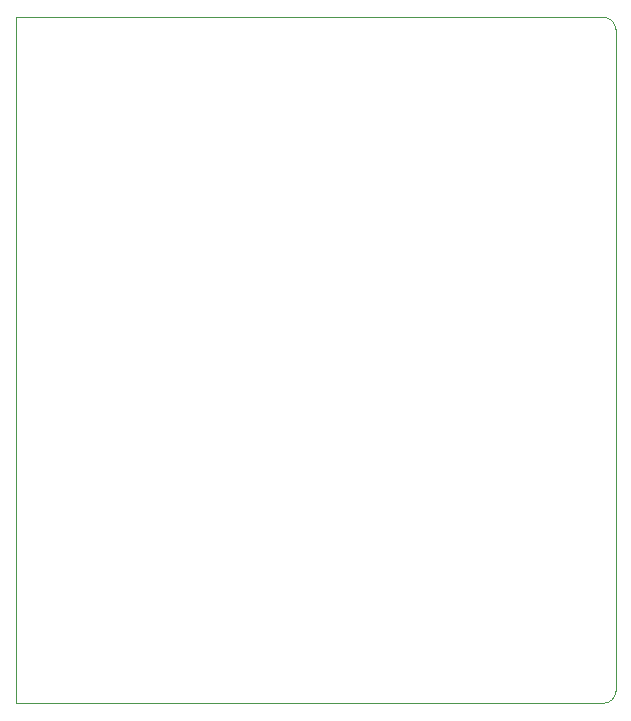
<source format=gm1>
G04 #@! TF.GenerationSoftware,KiCad,Pcbnew,7.0.8*
G04 #@! TF.CreationDate,2023-11-29T17:41:25-08:00*
G04 #@! TF.ProjectId,COMiX-FTDI-Adapter,434f4d69-582d-4465-9444-492d41646170,rev?*
G04 #@! TF.SameCoordinates,Original*
G04 #@! TF.FileFunction,Profile,NP*
%FSLAX46Y46*%
G04 Gerber Fmt 4.6, Leading zero omitted, Abs format (unit mm)*
G04 Created by KiCad (PCBNEW 7.0.8) date 2023-11-29 17:41:25*
%MOMM*%
%LPD*%
G01*
G04 APERTURE LIST*
G04 #@! TA.AperFunction,Profile*
%ADD10C,0.100000*%
G04 #@! TD*
G04 APERTURE END LIST*
D10*
X253162893Y-145862800D02*
X253160000Y-89800000D01*
X252162893Y-146862800D02*
G75*
G03*
X253162893Y-145862800I1J999999D01*
G01*
X253160000Y-89800000D02*
G75*
G03*
X252160000Y-88800000I-1000000J0D01*
G01*
X202361800Y-146862800D02*
X252162893Y-146862800D01*
X202361800Y-88798400D02*
X252160000Y-88800000D01*
X202361800Y-88798400D02*
X202361800Y-146862800D01*
M02*

</source>
